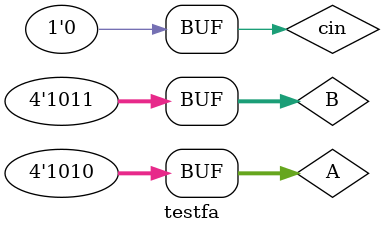
<source format=v>
module testfa;
reg [3:0] A,B;
wire [3:0] S;
wire cout;
reg cin;
fullhalfadder dut(.A(A),.B(B),.cout(cout),.S(S),.cin(cin));
initial begin
A=4'b0000;
B=4'b0000;
cin=1'b0;
#10;
A=4'b0110;
B=4'b1011;
cin=1'b1;
#10;
A=4'b1010;
B=4'b1011;
cin=1'b0;
#10;
end
endmodule
</source>
